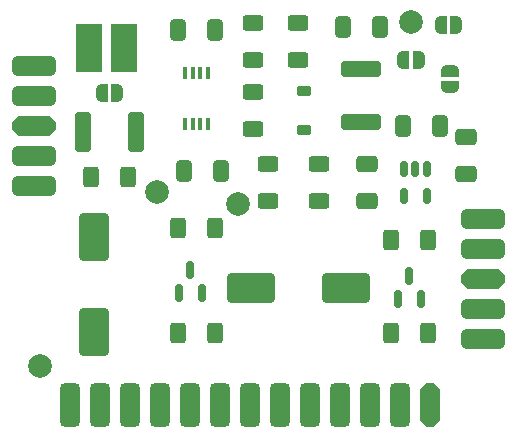
<source format=gts>
G04 #@! TF.GenerationSoftware,KiCad,Pcbnew,7.0.5-0*
G04 #@! TF.CreationDate,2023-12-30T21:45:12-05:00*
G04 #@! TF.ProjectId,boostlet,626f6f73-746c-4657-942e-6b696361645f,rev?*
G04 #@! TF.SameCoordinates,Original*
G04 #@! TF.FileFunction,Soldermask,Top*
G04 #@! TF.FilePolarity,Negative*
%FSLAX46Y46*%
G04 Gerber Fmt 4.6, Leading zero omitted, Abs format (unit mm)*
G04 Created by KiCad (PCBNEW 7.0.5-0) date 2023-12-30 21:45:12*
%MOMM*%
%LPD*%
G01*
G04 APERTURE LIST*
G04 Aperture macros list*
%AMRoundRect*
0 Rectangle with rounded corners*
0 $1 Rounding radius*
0 $2 $3 $4 $5 $6 $7 $8 $9 X,Y pos of 4 corners*
0 Add a 4 corners polygon primitive as box body*
4,1,4,$2,$3,$4,$5,$6,$7,$8,$9,$2,$3,0*
0 Add four circle primitives for the rounded corners*
1,1,$1+$1,$2,$3*
1,1,$1+$1,$4,$5*
1,1,$1+$1,$6,$7*
1,1,$1+$1,$8,$9*
0 Add four rect primitives between the rounded corners*
20,1,$1+$1,$2,$3,$4,$5,0*
20,1,$1+$1,$4,$5,$6,$7,0*
20,1,$1+$1,$6,$7,$8,$9,0*
20,1,$1+$1,$8,$9,$2,$3,0*%
%AMOutline5P*
0 Free polygon, 5 corners , with rotation*
0 The origin of the aperture is its center*
0 number of corners: always 5*
0 $1 to $10 corner X, Y*
0 $11 Rotation angle, in degrees counterclockwise*
0 create outline with 5 corners*
4,1,5,$1,$2,$3,$4,$5,$6,$7,$8,$9,$10,$1,$2,$11*%
%AMOutline6P*
0 Free polygon, 6 corners , with rotation*
0 The origin of the aperture is its center*
0 number of corners: always 6*
0 $1 to $12 corner X, Y*
0 $13 Rotation angle, in degrees counterclockwise*
0 create outline with 6 corners*
4,1,6,$1,$2,$3,$4,$5,$6,$7,$8,$9,$10,$11,$12,$1,$2,$13*%
%AMOutline7P*
0 Free polygon, 7 corners , with rotation*
0 The origin of the aperture is its center*
0 number of corners: always 7*
0 $1 to $14 corner X, Y*
0 $15 Rotation angle, in degrees counterclockwise*
0 create outline with 7 corners*
4,1,7,$1,$2,$3,$4,$5,$6,$7,$8,$9,$10,$11,$12,$13,$14,$1,$2,$15*%
%AMOutline8P*
0 Free polygon, 8 corners , with rotation*
0 The origin of the aperture is its center*
0 number of corners: always 8*
0 $1 to $16 corner X, Y*
0 $17 Rotation angle, in degrees counterclockwise*
0 create outline with 8 corners*
4,1,8,$1,$2,$3,$4,$5,$6,$7,$8,$9,$10,$11,$12,$13,$14,$15,$16,$1,$2,$17*%
%AMFreePoly0*
4,1,19,0.500000,-0.750000,0.000000,-0.750000,0.000000,-0.744911,-0.071157,-0.744911,-0.207708,-0.704816,-0.327430,-0.627875,-0.420627,-0.520320,-0.479746,-0.390866,-0.500000,-0.250000,-0.500000,0.250000,-0.479746,0.390866,-0.420627,0.520320,-0.327430,0.627875,-0.207708,0.704816,-0.071157,0.744911,0.000000,0.744911,0.000000,0.750000,0.500000,0.750000,0.500000,-0.750000,0.500000,-0.750000,
$1*%
%AMFreePoly1*
4,1,19,0.000000,0.744911,0.071157,0.744911,0.207708,0.704816,0.327430,0.627875,0.420627,0.520320,0.479746,0.390866,0.500000,0.250000,0.500000,-0.250000,0.479746,-0.390866,0.420627,-0.520320,0.327430,-0.627875,0.207708,-0.704816,0.071157,-0.744911,0.000000,-0.744911,0.000000,-0.750000,-0.500000,-0.750000,-0.500000,0.750000,0.000000,0.750000,0.000000,0.744911,0.000000,0.744911,
$1*%
G04 Aperture macros list end*
%ADD10RoundRect,0.250000X-1.750000X-1.000000X1.750000X-1.000000X1.750000X1.000000X-1.750000X1.000000X0*%
%ADD11FreePoly0,0.000000*%
%ADD12FreePoly1,0.000000*%
%ADD13RoundRect,0.250000X0.625000X-0.400000X0.625000X0.400000X-0.625000X0.400000X-0.625000X-0.400000X0*%
%ADD14R,0.381000X1.041400*%
%ADD15RoundRect,0.250000X-0.400000X-0.625000X0.400000X-0.625000X0.400000X0.625000X-0.400000X0.625000X0*%
%ADD16RoundRect,0.425000X1.425000X0.425000X-1.425000X0.425000X-1.425000X-0.425000X1.425000X-0.425000X0*%
%ADD17Outline8P,-1.850000X0.340000X-1.340000X0.850000X1.340000X0.850000X1.850000X0.340000X1.850000X-0.340000X1.340000X-0.850000X-1.340000X-0.850000X-1.850000X-0.340000X180.000000*%
%ADD18FreePoly0,180.000000*%
%ADD19FreePoly1,180.000000*%
%ADD20C,2.000000*%
%ADD21RoundRect,0.250000X-0.625000X0.400000X-0.625000X-0.400000X0.625000X-0.400000X0.625000X0.400000X0*%
%ADD22RoundRect,0.250000X-0.650000X0.412500X-0.650000X-0.412500X0.650000X-0.412500X0.650000X0.412500X0*%
%ADD23RoundRect,0.225000X-0.375000X0.225000X-0.375000X-0.225000X0.375000X-0.225000X0.375000X0.225000X0*%
%ADD24RoundRect,0.150000X0.150000X-0.587500X0.150000X0.587500X-0.150000X0.587500X-0.150000X-0.587500X0*%
%ADD25RoundRect,0.250000X0.400000X1.450000X-0.400000X1.450000X-0.400000X-1.450000X0.400000X-1.450000X0*%
%ADD26RoundRect,0.250000X0.412500X0.650000X-0.412500X0.650000X-0.412500X-0.650000X0.412500X-0.650000X0*%
%ADD27FreePoly0,90.000000*%
%ADD28FreePoly1,90.000000*%
%ADD29RoundRect,0.250000X-0.412500X-0.650000X0.412500X-0.650000X0.412500X0.650000X-0.412500X0.650000X0*%
%ADD30RoundRect,0.150000X-0.150000X0.512500X-0.150000X-0.512500X0.150000X-0.512500X0.150000X0.512500X0*%
%ADD31RoundRect,0.250000X0.650000X-0.412500X0.650000X0.412500X-0.650000X0.412500X-0.650000X-0.412500X0*%
%ADD32R,2.209800X4.064000*%
%ADD33RoundRect,0.250000X1.000000X-1.750000X1.000000X1.750000X-1.000000X1.750000X-1.000000X-1.750000X0*%
%ADD34RoundRect,0.425000X0.425000X-1.425000X0.425000X1.425000X-0.425000X1.425000X-0.425000X-1.425000X0*%
%ADD35Outline8P,-1.850000X0.340000X-1.340000X0.850000X1.340000X0.850000X1.850000X0.340000X1.850000X-0.340000X1.340000X-0.850000X-1.340000X-0.850000X-1.850000X-0.340000X90.000000*%
%ADD36RoundRect,0.425000X-1.425000X-0.425000X1.425000X-0.425000X1.425000X0.425000X-1.425000X0.425000X0*%
%ADD37Outline8P,-1.850000X0.340000X-1.340000X0.850000X1.340000X0.850000X1.850000X0.340000X1.850000X-0.340000X1.340000X-0.850000X-1.340000X-0.850000X-1.850000X-0.340000X0.000000*%
%ADD38RoundRect,0.250000X-1.450000X0.400000X-1.450000X-0.400000X1.450000X-0.400000X1.450000X0.400000X0*%
G04 APERTURE END LIST*
D10*
G04 #@! TO.C,C1*
X123000000Y-103886000D03*
X131000000Y-103886000D03*
G04 #@! TD*
D11*
G04 #@! TO.C,JP2*
X139050000Y-81661000D03*
D12*
X140350000Y-81661000D03*
G04 #@! TD*
D13*
G04 #@! TO.C,R8*
X127000000Y-84608000D03*
X127000000Y-81508000D03*
G04 #@! TD*
D14*
G04 #@! TO.C,U1*
X117388640Y-90004900D03*
X118038880Y-90004900D03*
X118689120Y-90004900D03*
X119339360Y-90004900D03*
X119339360Y-85763100D03*
X118689120Y-85763100D03*
X118038880Y-85763100D03*
X117388640Y-85763100D03*
G04 #@! TD*
D15*
G04 #@! TO.C,R3*
X109448000Y-94488000D03*
X112548000Y-94488000D03*
G04 #@! TD*
D16*
G04 #@! TO.C,J3*
X142637000Y-108204000D03*
X142637000Y-105664000D03*
D17*
X142637000Y-103124000D03*
D16*
X142637000Y-100584000D03*
X142637000Y-98044000D03*
G04 #@! TD*
D18*
G04 #@! TO.C,JP3*
X137175000Y-84582000D03*
D19*
X135875000Y-84582000D03*
G04 #@! TD*
D20*
G04 #@! TO.C,FID1*
X105156000Y-110490000D03*
G04 #@! TD*
D13*
G04 #@! TO.C,R9*
X124460000Y-96546000D03*
X124460000Y-93446000D03*
G04 #@! TD*
D21*
G04 #@! TO.C,R7*
X123190000Y-81508000D03*
X123190000Y-84608000D03*
G04 #@! TD*
D15*
G04 #@! TO.C,R1*
X134848000Y-107696000D03*
X137948000Y-107696000D03*
G04 #@! TD*
D22*
G04 #@! TO.C,C6*
X141224000Y-91147500D03*
X141224000Y-94272500D03*
G04 #@! TD*
D23*
G04 #@! TO.C,D1*
X127508000Y-87250000D03*
X127508000Y-90550000D03*
G04 #@! TD*
D20*
G04 #@! TO.C,FID3*
X136525000Y-81407000D03*
G04 #@! TD*
D24*
G04 #@! TO.C,Q1*
X135448000Y-104823500D03*
X137348000Y-104823500D03*
X136398000Y-102948500D03*
G04 #@! TD*
D25*
G04 #@! TO.C,F1*
X113223000Y-90678000D03*
X108773000Y-90678000D03*
G04 #@! TD*
D24*
G04 #@! TO.C,Q2*
X116906000Y-104315500D03*
X118806000Y-104315500D03*
X117856000Y-102440500D03*
G04 #@! TD*
D15*
G04 #@! TO.C,R2*
X134848000Y-99822000D03*
X137948000Y-99822000D03*
G04 #@! TD*
D11*
G04 #@! TO.C,JP1*
X110348000Y-87376000D03*
D12*
X111648000Y-87376000D03*
G04 #@! TD*
D15*
G04 #@! TO.C,R4*
X116814000Y-107696000D03*
X119914000Y-107696000D03*
G04 #@! TD*
D26*
G04 #@! TO.C,C8*
X138976500Y-90170000D03*
X135851500Y-90170000D03*
G04 #@! TD*
D27*
G04 #@! TO.C,JP4*
X139827000Y-86883000D03*
D28*
X139827000Y-85583000D03*
G04 #@! TD*
D15*
G04 #@! TO.C,R5*
X116814000Y-98806000D03*
X119914000Y-98806000D03*
G04 #@! TD*
D29*
G04 #@! TO.C,C5*
X116801500Y-82042000D03*
X119926500Y-82042000D03*
G04 #@! TD*
D20*
G04 #@! TO.C,FID2*
X115062000Y-95758000D03*
G04 #@! TD*
D21*
G04 #@! TO.C,R10*
X128778000Y-93446000D03*
X128778000Y-96546000D03*
G04 #@! TD*
D29*
G04 #@! TO.C,C7*
X130771500Y-81788000D03*
X133896500Y-81788000D03*
G04 #@! TD*
D30*
G04 #@! TO.C,U2*
X137856000Y-93858500D03*
X136906000Y-93858500D03*
X135956000Y-93858500D03*
X135956000Y-96133500D03*
X137856000Y-96133500D03*
G04 #@! TD*
D26*
G04 #@! TO.C,C2*
X120434500Y-93980000D03*
X117309500Y-93980000D03*
G04 #@! TD*
D31*
G04 #@! TO.C,C3*
X132842000Y-96558500D03*
X132842000Y-93433500D03*
G04 #@! TD*
D32*
G04 #@! TO.C,L1*
X109283500Y-83566000D03*
X112204500Y-83566000D03*
G04 #@! TD*
D21*
G04 #@! TO.C,R6*
X123190000Y-87350000D03*
X123190000Y-90450000D03*
G04 #@! TD*
D33*
G04 #@! TO.C,C4*
X109728000Y-107632000D03*
X109728000Y-99632000D03*
G04 #@! TD*
D20*
G04 #@! TO.C,FID4*
X121920000Y-96774000D03*
G04 #@! TD*
D34*
G04 #@! TO.C,J1*
X107696000Y-113808000D03*
X110236000Y-113808000D03*
X112776000Y-113808000D03*
X115316000Y-113808000D03*
X117856000Y-113808000D03*
X120396000Y-113808000D03*
X122936000Y-113808000D03*
X125476000Y-113808000D03*
X128016000Y-113808000D03*
X130556000Y-113808000D03*
X133096000Y-113808000D03*
X135636000Y-113808000D03*
D35*
X138176000Y-113808000D03*
G04 #@! TD*
D36*
G04 #@! TO.C,J2*
X104632000Y-85090000D03*
X104632000Y-87630000D03*
D37*
X104632000Y-90170000D03*
D36*
X104632000Y-92710000D03*
X104632000Y-95250000D03*
G04 #@! TD*
D38*
G04 #@! TO.C,F2*
X132334000Y-85405000D03*
X132334000Y-89855000D03*
G04 #@! TD*
M02*

</source>
